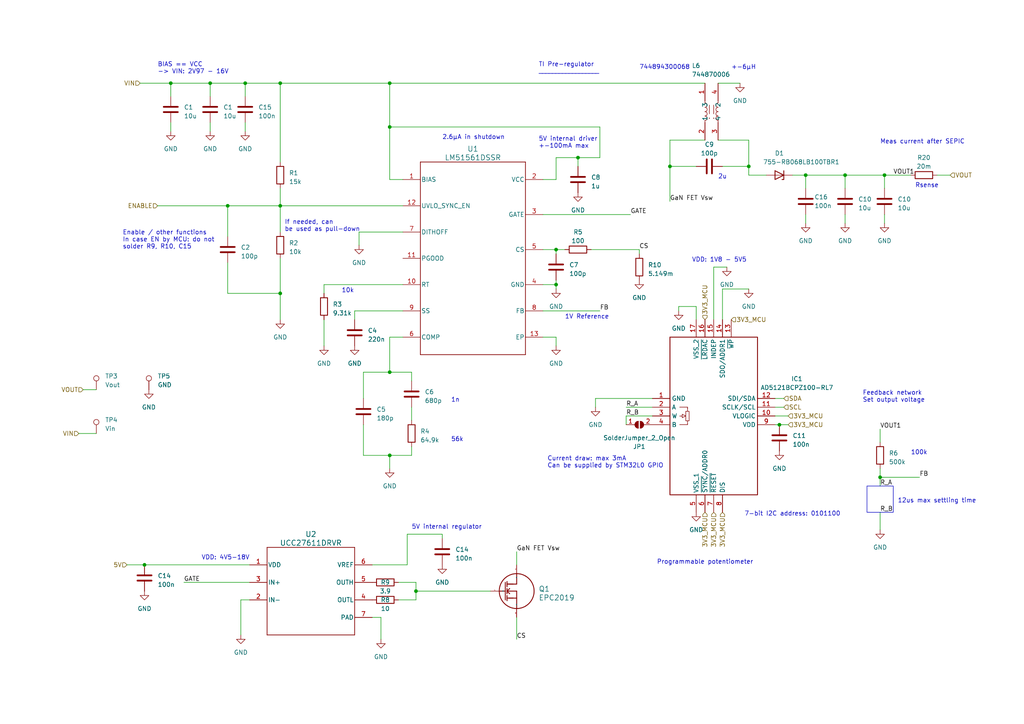
<source format=kicad_sch>
(kicad_sch (version 20230121) (generator eeschema)
  (paper "A4")
  (lib_symbols
    (symbol "744870006:744870006"
      (property "Reference" "L6" (at 10.16 6.35 0))
      (property "Value" "744870006" (at 10.16 3.81 0))
      (symbol "744870006_0_1"
        (polyline (pts (xy 7.62 -2.54) (xy 8.255 -2.54)))
        (polyline (pts (xy 7.62 1.27) (xy 8.255 1.27)))
        (polyline (pts (xy 10.16 -1.27) (xy 12.7 -1.27)))
        (polyline (pts (xy 10.16 0) (xy 12.7 0)))
        (polyline (pts (xy 13.97 -2.54) (xy 13.335 -2.54)))
        (polyline (pts (xy 13.97 1.27) (xy 13.335 1.27)))
        (arc (start 8.255 1.2673) (mid 8.89 0.635) (end 9.525 1.2673))
        (circle (center 8.89 -1.27) (radius 0.0001))
        (circle (center 8.89 0) (radius 0.0001))
        (arc (start 9.525 -2.5373) (mid 8.89 -1.905) (end 8.255 -2.5373))
        (arc (start 9.525 1.2673) (mid 10.16 0.635) (end 10.795 1.2673))
        (arc (start 10.795 -2.5373) (mid 10.16 -1.905) (end 9.525 -2.5373))
        (arc (start 10.795 1.2673) (mid 11.43 0.635) (end 12.065 1.2673))
        (arc (start 12.065 -2.5373) (mid 11.43 -1.905) (end 10.795 -2.5373))
        (arc (start 12.065 1.2673) (mid 12.7 0.635) (end 13.335 1.2673))
        (arc (start 13.335 -2.5373) (mid 12.7 -1.905) (end 12.065 -2.5373))
      )
      (symbol "744870006_1_1"
        (pin passive line (at 19.05 1.27 180) (length 5.08) (name "3") (number "1"))
        (pin passive line (at 2.54 1.27 0) (length 5.08) (name "1") (number "2"))
        (pin passive line (at 2.54 -2.54 0) (length 5.08) (name "4") (number "3"))
        (pin passive line (at 19.05 -2.54 180) (length 5.08) (name "2") (number "4"))
      )
    )
    (symbol "AD5121BCPZ100-RL7:AD5121BCPZ100-RL7"
      (property "Reference" "IC1" (at 41.91 5.6897 0))
      (property "Value" "AD5121BCPZ100-RL7" (at 41.91 3.1497 0))
      (symbol "AD5121BCPZ100-RL7_0_1"
        (polyline (pts (xy 8.636 -5.1054) (xy 7.8994 -5.1054)))
        (polyline (pts (xy 10.1854 -7.3406) (xy 10.1854 -6.5024)))
        (polyline (pts (xy 10.1854 -2.7686) (xy 10.1854 -3.7338)))
        (polyline (pts (xy 10.1854 -2.5146) (xy 10.1854 -2.8956)))
        (polyline (pts (xy 10.1854 -7.5946) (xy 7.8994 -7.5946) (xy 7.8994 -7.5946)) (fill (type background)))
        (polyline (pts (xy 10.1854 -7.5946) (xy 10.1854 -7.3406) (xy 10.1854 -7.3406)))
        (polyline (pts (xy 10.1854 -2.5146) (xy 7.8994 -2.5146) (xy 7.8994 -2.5146)) (fill (type background)))
        (rectangle (start 10.6426 -6.477) (end 9.6774 -3.7338))
      )
      (symbol "AD5121BCPZ100-RL7_1_1"
        (polyline (pts (xy 8.636 -5.588) (xy 8.636 -4.572) (xy 9.652 -5.08) (xy 8.636 -5.588) (xy 8.636 -5.588)))
        (rectangle (start 5.08 17.78) (end 30.48 -27.94) (stroke (width 0.254)))
        (pin passive line (at 0 0 0) (length 5.08) (name "GND") (number "1"))
        (pin passive line (at 35.56 -5.08 180) (length 5.08) (name "VLOGIC") (number "10"))
        (pin passive line (at 35.56 -2.54 180) (length 5.08) (name "SCLK/SCL") (number "11"))
        (pin passive line (at 35.56 0 180) (length 5.08) (name "SDI/SDA") (number "12"))
        (pin passive line (at 22.86 22.86 270) (length 5.08) (name "~{WP}") (number "13"))
        (pin passive line (at 20.32 22.86 270) (length 5.08) (name "SDO/ADDR1") (number "14"))
        (pin passive line (at 17.78 22.86 270) (length 5.08) (name "INDEP") (number "15"))
        (pin passive line (at 15.24 22.86 270) (length 5.08) (name "~{LRDAC}") (number "16"))
        (pin passive line (at 12.7 22.86 270) (length 5.08) (name "VSS_2") (number "17"))
        (pin passive line (at 0 -2.54 0) (length 5.08) (name "A") (number "2"))
        (pin passive line (at 0 -5.08 0) (length 5.08) (name "W") (number "3"))
        (pin passive line (at 0 -7.62 0) (length 5.08) (name "B") (number "4"))
        (pin passive line (at 12.7 -33.02 90) (length 5.08) (name "VSS_1") (number "5"))
        (pin passive line (at 15.24 -33.02 90) (length 5.08) (name "~{SYNC}/ADDR0") (number "6"))
        (pin passive line (at 17.78 -33.02 90) (length 5.08) (name "~{RESET}") (number "7"))
        (pin passive line (at 20.32 -33.02 90) (length 5.08) (name "DIS") (number "8"))
        (pin passive line (at 35.56 -7.62 180) (length 5.08) (name "VDD") (number "9"))
      )
    )
    (symbol "Connector:TestPoint" (pin_numbers hide) (pin_names (offset 0.762) hide)
      (property "Reference" "TP" (at 0 6.858 0))
      (property "Value" "TestPoint" (at 0 5.08 0))
      (symbol "TestPoint_0_1"
        (circle (center 0 3.302) (radius 0.762))
      )
      (symbol "TestPoint_1_1"
        (pin passive line (at 0 0 90) (length 2.54) (name "1") (number "1"))
      )
    )
    (symbol "Device:C" (pin_numbers hide) (pin_names (offset 0.254))
      (property "Reference" "C" (at 0.635 2.54 0))
      (property "Value" "C" (at 0.635 -2.54 0))
      (symbol "C_0_1"
        (polyline (pts (xy -2.032 -0.762) (xy 2.032 -0.762)) (stroke (width 0.508)))
        (polyline (pts (xy -2.032 0.762) (xy 2.032 0.762)) (stroke (width 0.508)))
      )
      (symbol "C_1_1"
        (pin passive line (at 0 3.81 270) (length 2.794) (name "~") (number "1"))
        (pin passive line (at 0 -3.81 90) (length 2.794) (name "~") (number "2"))
      )
    )
    (symbol "Device:D_Zener" (pin_numbers hide) (pin_names (offset 1.016) hide)
      (property "Reference" "D" (at 0 2.54 0))
      (property "Value" "D_Zener" (at 0 -2.54 0))
      (symbol "D_Zener_0_1"
        (polyline (pts (xy 1.27 0) (xy -1.27 0)))
        (polyline (pts (xy -1.27 -1.27) (xy -1.27 1.27) (xy -0.762 1.27)) (stroke (width 0.254)))
        (polyline (pts (xy 1.27 -1.27) (xy 1.27 1.27) (xy -1.27 0) (xy 1.27 -1.27)) (stroke (width 0.254)))
      )
      (symbol "D_Zener_1_1"
        (pin passive line (at -3.81 0 0) (length 2.54) (name "K") (number "1"))
        (pin passive line (at 3.81 0 180) (length 2.54) (name "A") (number "2"))
      )
    )
    (symbol "Device:R" (pin_numbers hide) (pin_names (offset 0))
      (property "Reference" "R" (at 2.032 0 90))
      (property "Value" "R" (at 0 0 90))
      (symbol "R_0_1"
        (rectangle (start -1.016 -2.54) (end 1.016 2.54) (stroke (width 0.254)))
      )
      (symbol "R_1_1"
        (pin passive line (at 0 3.81 270) (length 1.27) (name "~") (number "1"))
        (pin passive line (at 0 -3.81 90) (length 1.27) (name "~") (number "2"))
      )
    )
    (symbol "EPC_2018Q2:EPC2019" (pin_names (offset 1.016))
      (property "Reference" "Q4" (at 6.35 0.635 0))
      (property "Value" "EPC2019" (at 6.35 -1.905 0))
      (symbol "EPC2019_0_1"
        (polyline (pts (xy -5.08 0) (xy -3.302 0)) (stroke (width 0.254)))
        (polyline (pts (xy -3.302 2.54) (xy -3.302 -2.54)) (stroke (width 0.254)))
        (polyline (pts (xy -2.794 -2.794) (xy -2.794 -1.27)) (stroke (width 0.254)))
        (polyline (pts (xy -2.794 -2.032) (xy -1.016 -2.032)) (stroke (width 0.254)))
        (polyline (pts (xy -2.794 -0.762) (xy -2.794 0.762)) (stroke (width 0.254)))
        (polyline (pts (xy -2.794 0) (xy -2.032 0.762)) (stroke (width 0.254)))
        (polyline (pts (xy -2.794 0) (xy 0 0)) (stroke (width 0.254)))
        (polyline (pts (xy -2.794 1.27) (xy -2.794 2.794)) (stroke (width 0.254)))
        (polyline (pts (xy -2.286 -2.032) (xy 0 -2.032)) (stroke (width 0.254)))
        (polyline (pts (xy -2.032 -0.762) (xy -2.794 0)) (stroke (width 0.254)))
        (polyline (pts (xy -1.016 2.032) (xy -2.794 2.032)) (stroke (width 0.254)))
        (polyline (pts (xy 0 0) (xy 0 -5.08)) (stroke (width 0.254)))
        (polyline (pts (xy 0 2.032) (xy -2.54 2.032)) (stroke (width 0.254)))
        (polyline (pts (xy 0 2.032) (xy 0 5.08)) (stroke (width 0.254)))
        (pin passive line (at -7.62 0 0) (length 2.54) (name "G") (number "1"))
        (pin open_emitter line (at 0 -7.62 90) (length 2.54) (name "S3") (number "2"))
        (pin open_collector line (at 0 7.62 270) (length 2.54) (name "D1") (number "3"))
        (pin open_emitter line (at 0 -7.62 90) (length 2.54) (name "S1") (number "4"))
        (pin open_collector line (at 0 7.62 270) (length 2.54) (name "D2") (number "5"))
        (pin open_emitter line (at 0 -7.62 90) (length 2.54) (name "S2") (number "6"))
        (pin open_emitter line (at 0 -7.62 90) (length 2.54) (name "Sub") (number "7"))
      )
      (symbol "EPC2019_1_1"
        (arc (start -5.0546 -0.127) (mid -2.4662 -4.4139) (end 2.54 -4.3688) (stroke (width 0.254)))
        (arc (start 0 5.08) (mid 0 -5.08) (end 0 5.0546) (stroke (width 0.254)))
        (arc (start 2.54 -4.3688) (mid 5.0534 -0.0392) (end 2.6162 4.3434) (stroke (width 0.254)))
        (arc (start 2.6162 4.3434) (mid -2.4052 4.4637) (end -5.0546 0.2032) (stroke (width 0.254)))
      )
    )
    (symbol "Jumper:SolderJumper_2_Open" (pin_names (offset 0) hide)
      (property "Reference" "JP" (at 0 2.032 0))
      (property "Value" "SolderJumper_2_Open" (at 0 -2.54 0))
      (symbol "SolderJumper_2_Open_0_1"
        (arc (start -0.254 1.016) (mid -1.2656 0) (end -0.254 -1.016))
        (arc (start -0.254 1.016) (mid -1.2656 0) (end -0.254 -1.016) (fill (type outline)))
        (polyline (pts (xy -0.254 1.016) (xy -0.254 -1.016)))
        (polyline (pts (xy 0.254 1.016) (xy 0.254 -1.016)))
        (arc (start 0.254 -1.016) (mid 1.2656 0) (end 0.254 1.016))
        (arc (start 0.254 -1.016) (mid 1.2656 0) (end 0.254 1.016) (fill (type outline)))
      )
      (symbol "SolderJumper_2_Open_1_1"
        (pin passive line (at -3.81 0 0) (length 2.54) (name "A") (number "1"))
        (pin passive line (at 3.81 0 180) (length 2.54) (name "B") (number "2"))
      )
    )
    (symbol "LM51561:LM51561DSSR" (pin_names (offset 0.254))
      (property "Reference" "U" (at 0 2.54 0))
      (property "Value" "LM51561DSSR" (at 0 0 0))
      (symbol "LM51561DSSR_0_1"
        (polyline (pts (xy -15.24 -27.94) (xy 15.24 -27.94)) (stroke (width 0.2032)))
        (polyline (pts (xy -15.24 27.94) (xy -15.24 -27.94)) (stroke (width 0.2032)))
        (polyline (pts (xy 15.24 -27.94) (xy 15.24 27.94)) (stroke (width 0.2032)))
        (polyline (pts (xy 15.24 27.94) (xy -15.24 27.94)) (stroke (width 0.2032)))
        (pin power_in line (at -20.32 22.86 0) (length 5.08) (name "BIAS") (number "1"))
        (pin input line (at -20.32 -7.62 0) (length 5.08) (name "RT") (number "10"))
        (pin open_collector line (at -20.32 0 0) (length 5.08) (name "PGOOD") (number "11"))
        (pin input line (at -20.32 15.24 0) (length 5.08) (name "UVLO_SYNC_EN") (number "12"))
        (pin power_in line (at 20.32 -22.86 180) (length 5.08) (name "EP") (number "13"))
        (pin power_in line (at 20.32 22.86 180) (length 5.08) (name "VCC") (number "2"))
        (pin output line (at 20.32 12.7 180) (length 5.08) (name "GATE") (number "3"))
        (pin power_in line (at 20.32 -7.62 180) (length 5.08) (name "GND") (number "4"))
        (pin input line (at 20.32 2.54 180) (length 5.08) (name "CS") (number "5"))
        (pin output line (at -20.32 -22.86 0) (length 5.08) (name "COMP") (number "6"))
        (pin input line (at -20.32 7.62 0) (length 5.08) (name "DITHOFF") (number "7"))
        (pin input line (at 20.32 -15.24 180) (length 5.08) (name "FB") (number "8"))
        (pin input line (at -20.32 -15.24 0) (length 5.08) (name "SS") (number "9"))
      )
    )
    (symbol "UCC27611:UCC27611DRVR" (pin_names (offset 0.254))
      (property "Reference" "U" (at 0 2.54 0))
      (property "Value" "UCC27611DRVR" (at 0 0 0))
      (symbol "UCC27611DRVR_0_1"
        (polyline (pts (xy -12.7 -12.7) (xy 12.7 -12.7)) (stroke (width 0.2032)))
        (polyline (pts (xy -12.7 12.7) (xy -12.7 -12.7)) (stroke (width 0.2032)))
        (polyline (pts (xy 12.7 -12.7) (xy 12.7 12.7)) (stroke (width 0.2032)))
        (polyline (pts (xy 12.7 12.7) (xy -12.7 12.7)) (stroke (width 0.2032)))
        (pin power_in line (at -17.78 7.62 0) (length 5.08) (name "VDD") (number "1"))
        (pin input line (at -17.78 -2.54 0) (length 5.08) (name "IN-") (number "2"))
        (pin input line (at -17.78 2.54 0) (length 5.08) (name "IN+") (number "3"))
        (pin output line (at 17.78 -2.54 180) (length 5.08) (name "OUTL") (number "4"))
        (pin output line (at 17.78 2.54 180) (length 5.08) (name "OUTH") (number "5"))
        (pin output line (at 17.78 7.62 180) (length 5.08) (name "VREF") (number "6"))
        (pin power_in line (at 17.78 -7.62 180) (length 5.08) (name "PAD") (number "7"))
      )
    )
    (symbol "power:GND" (power) (pin_names (offset 0))
      (property "Value" "GND" (at 0 -3.81 0))
      (symbol "GND_0_1"
        (polyline (pts (xy 0 0) (xy 0 -1.27) (xy 1.27 -1.27) (xy 0 -2.54) (xy -1.27 -1.27) (xy 0 -1.27)))
      )
      (symbol "GND_1_1"
        (pin power_in line (at 0 0 270) (length 0) hide (name "GND") (number "1"))
      )
    )
  )
  (junction (at 81.28 24.13))
  (junction (at 233.68 50.8))
  (junction (at 255.27 138.43))
  (junction (at 245.11 50.8))
  (junction (at 60.96 24.13))
  (junction (at 217.17 48.26))
  (junction (at 41.91 163.83))
  (junction (at 66.04 59.69))
  (junction (at 161.29 72.39))
  (junction (at 49.53 24.13))
  (junction (at 113.03 36.83))
  (junction (at 81.28 85.09))
  (junction (at 113.03 24.13))
  (junction (at 113.03 132.08))
  (junction (at 161.29 82.55))
  (junction (at 194.31 48.26))
  (junction (at 113.03 107.95))
  (junction (at 120.65 171.45))
  (junction (at 256.54 50.8))
  (junction (at 81.28 59.69))
  (junction (at 226.06 123.19))
  (junction (at 167.64 45.72))
  (junction (at 71.12 24.13))
  (wire (pts (xy 173.99 36.83) (xy 113.03 36.83)))
  (wire (pts (xy 149.86 185.42) (xy 149.86 179.07)))
  (wire (pts (xy 194.31 40.64) (xy 194.31 48.26)))
  (wire (pts (xy 161.29 72.39) (xy 163.83 72.39)))
  (wire (pts (xy 105.41 123.19) (xy 105.41 132.08)))
  (wire (pts (xy 217.17 40.64) (xy 217.17 48.26)))
  (wire (pts (xy 217.17 50.8) (xy 222.25 50.8)))
  (wire (pts (xy 196.85 90.17) (xy 196.85 88.9)))
  (wire (pts (xy 102.87 90.17) (xy 102.87 92.71)))
  (wire (pts (xy 181.61 120.65) (xy 181.61 123.19)))
  (wire (pts (xy 120.65 171.45) (xy 120.65 173.99)))
  (wire (pts (xy 167.64 45.72) (xy 173.99 45.72)))
  (wire (pts (xy 66.04 85.09) (xy 81.28 85.09)))
  (wire (pts (xy 201.93 88.9) (xy 201.93 92.71)))
  (wire (pts (xy 60.96 35.56) (xy 60.96 38.1)))
  (wire (pts (xy 157.48 97.79) (xy 161.29 97.79)))
  (wire (pts (xy 161.29 52.07) (xy 161.29 45.72)))
  (wire (pts (xy 161.29 45.72) (xy 167.64 45.72)))
  (wire (pts (xy 173.99 45.72) (xy 173.99 36.83)))
  (wire (pts (xy 71.12 35.56) (xy 71.12 38.1)))
  (wire (pts (xy 119.38 132.08) (xy 119.38 129.54)))
  (wire (pts (xy 105.41 115.57) (xy 105.41 107.95)))
  (wire (pts (xy 161.29 72.39) (xy 161.29 73.66)))
  (wire (pts (xy 210.82 77.47) (xy 207.01 77.47)))
  (wire (pts (xy 275.59 50.8) (xy 271.78 50.8)))
  (wire (pts (xy 53.34 168.91) (xy 72.39 168.91)))
  (wire (pts (xy 81.28 54.61) (xy 81.28 59.69)))
  (wire (pts (xy 36.83 163.83) (xy 41.91 163.83)))
  (wire (pts (xy 194.31 58.42) (xy 194.31 48.26)))
  (wire (pts (xy 256.54 50.8) (xy 245.11 50.8)))
  (wire (pts (xy 118.11 163.83) (xy 107.95 163.83)))
  (wire (pts (xy 157.48 90.17) (xy 173.99 90.17)))
  (wire (pts (xy 128.27 156.21) (xy 128.27 154.94)))
  (wire (pts (xy 228.6 123.19) (xy 226.06 123.19)))
  (wire (pts (xy 208.28 24.13) (xy 214.63 24.13)))
  (wire (pts (xy 208.28 40.64) (xy 217.17 40.64)))
  (wire (pts (xy 113.03 97.79) (xy 113.03 107.95)))
  (wire (pts (xy 81.28 85.09) (xy 81.28 92.71)))
  (wire (pts (xy 157.48 52.07) (xy 161.29 52.07)))
  (wire (pts (xy 69.85 184.15) (xy 69.85 173.99)))
  (wire (pts (xy 66.04 76.2) (xy 66.04 85.09)))
  (wire (pts (xy 110.49 185.42) (xy 110.49 179.07)))
  (wire (pts (xy 217.17 83.82) (xy 209.55 83.82)))
  (wire (pts (xy 120.65 173.99) (xy 115.57 173.99)))
  (wire (pts (xy 113.03 24.13) (xy 113.03 36.83)))
  (wire (pts (xy 209.55 83.82) (xy 209.55 92.71)))
  (wire (pts (xy 172.72 118.11) (xy 172.72 115.57)))
  (wire (pts (xy 105.41 107.95) (xy 113.03 107.95)))
  (wire (pts (xy 157.48 82.55) (xy 161.29 82.55)))
  (wire (pts (xy 245.11 62.23) (xy 245.11 64.77)))
  (wire (pts (xy 105.41 132.08) (xy 113.03 132.08)))
  (wire (pts (xy 255.27 138.43) (xy 266.7 138.43)))
  (wire (pts (xy 256.54 62.23) (xy 256.54 64.77)))
  (wire (pts (xy 81.28 59.69) (xy 81.28 67.31)))
  (wire (pts (xy 40.64 24.13) (xy 49.53 24.13)))
  (wire (pts (xy 81.28 74.93) (xy 81.28 85.09)))
  (wire (pts (xy 116.84 90.17) (xy 102.87 90.17)))
  (wire (pts (xy 24.13 113.03) (xy 27.94 113.03)))
  (wire (pts (xy 49.53 24.13) (xy 60.96 24.13)))
  (wire (pts (xy 194.31 40.64) (xy 204.47 40.64)))
  (wire (pts (xy 255.27 124.46) (xy 255.27 128.27)))
  (wire (pts (xy 113.03 132.08) (xy 119.38 132.08)))
  (wire (pts (xy 116.84 52.07) (xy 113.03 52.07)))
  (wire (pts (xy 228.6 120.65) (xy 224.79 120.65)))
  (wire (pts (xy 119.38 107.95) (xy 119.38 110.49)))
  (wire (pts (xy 207.01 77.47) (xy 207.01 92.71)))
  (wire (pts (xy 60.96 24.13) (xy 71.12 24.13)))
  (wire (pts (xy 149.86 160.02) (xy 149.86 163.83)))
  (wire (pts (xy 227.33 115.57) (xy 224.79 115.57)))
  (wire (pts (xy 161.29 97.79) (xy 161.29 100.33)))
  (wire (pts (xy 104.14 67.31) (xy 116.84 67.31)))
  (wire (pts (xy 233.68 54.61) (xy 233.68 50.8)))
  (wire (pts (xy 66.04 59.69) (xy 66.04 68.58)))
  (wire (pts (xy 49.53 35.56) (xy 49.53 38.1)))
  (wire (pts (xy 209.55 48.26) (xy 217.17 48.26)))
  (wire (pts (xy 118.11 154.94) (xy 128.27 154.94)))
  (wire (pts (xy 113.03 52.07) (xy 113.03 36.83)))
  (wire (pts (xy 185.42 72.39) (xy 185.42 73.66)))
  (wire (pts (xy 161.29 81.28) (xy 161.29 82.55)))
  (wire (pts (xy 256.54 50.8) (xy 256.54 54.61)))
  (wire (pts (xy 81.28 59.69) (xy 116.84 59.69)))
  (wire (pts (xy 120.65 168.91) (xy 120.65 171.45)))
  (wire (pts (xy 194.31 48.26) (xy 201.93 48.26)))
  (wire (pts (xy 45.72 59.69) (xy 66.04 59.69)))
  (wire (pts (xy 93.98 100.33) (xy 93.98 92.71)))
  (wire (pts (xy 233.68 50.8) (xy 245.11 50.8)))
  (wire (pts (xy 157.48 62.23) (xy 182.88 62.23)))
  (wire (pts (xy 81.28 59.69) (xy 66.04 59.69)))
  (wire (pts (xy 118.11 154.94) (xy 118.11 163.83)))
  (wire (pts (xy 41.91 163.83) (xy 72.39 163.83)))
  (wire (pts (xy 233.68 62.23) (xy 233.68 64.77)))
  (wire (pts (xy 120.65 171.45) (xy 142.24 171.45)))
  (wire (pts (xy 110.49 179.07) (xy 107.95 179.07)))
  (wire (pts (xy 71.12 27.94) (xy 71.12 24.13)))
  (wire (pts (xy 113.03 24.13) (xy 204.47 24.13)))
  (wire (pts (xy 113.03 107.95) (xy 119.38 107.95)))
  (wire (pts (xy 71.12 24.13) (xy 81.28 24.13)))
  (wire (pts (xy 255.27 135.89) (xy 255.27 138.43)))
  (wire (pts (xy 171.45 72.39) (xy 185.42 72.39)))
  (wire (pts (xy 104.14 71.12) (xy 104.14 67.31)))
  (wire (pts (xy 181.61 118.11) (xy 189.23 118.11)))
  (wire (pts (xy 157.48 72.39) (xy 161.29 72.39)))
  (wire (pts (xy 245.11 50.8) (xy 245.11 54.61)))
  (wire (pts (xy 113.03 135.89) (xy 113.03 132.08)))
  (wire (pts (xy 181.61 120.65) (xy 189.23 120.65)))
  (wire (pts (xy 119.38 118.11) (xy 119.38 121.92)))
  (wire (pts (xy 93.98 82.55) (xy 93.98 85.09)))
  (wire (pts (xy 115.57 168.91) (xy 120.65 168.91)))
  (wire (pts (xy 229.87 50.8) (xy 233.68 50.8)))
  (wire (pts (xy 255.27 138.43) (xy 255.27 140.97)))
  (wire (pts (xy 227.33 118.11) (xy 224.79 118.11)))
  (wire (pts (xy 81.28 24.13) (xy 81.28 46.99)))
  (wire (pts (xy 217.17 50.8) (xy 217.17 48.26)))
  (wire (pts (xy 116.84 97.79) (xy 113.03 97.79)))
  (wire (pts (xy 172.72 115.57) (xy 189.23 115.57)))
  (wire (pts (xy 167.64 45.72) (xy 167.64 48.26)))
  (wire (pts (xy 226.06 123.19) (xy 224.79 123.19)))
  (wire (pts (xy 69.85 173.99) (xy 72.39 173.99)))
  (wire (pts (xy 255.27 148.59) (xy 255.27 153.67)))
  (wire (pts (xy 81.28 24.13) (xy 113.03 24.13)))
  (wire (pts (xy 116.84 82.55) (xy 93.98 82.55)))
  (wire (pts (xy 49.53 24.13) (xy 49.53 27.94)))
  (wire (pts (xy 60.96 24.13) (xy 60.96 27.94)))
  (wire (pts (xy 196.85 88.9) (xy 201.93 88.9)))
  (wire (pts (xy 22.86 125.73) (xy 27.94 125.73)))
  (wire (pts (xy 264.16 50.8) (xy 256.54 50.8)))
  (wire (pts (xy 161.29 83.82) (xy 161.29 82.55)))
  (rectangle (start 251.46 140.97) (end 259.08 148.59))
  (text "7-bit I2C address: 0101100" (at 215.9 149.86 0) (effects (font (size 1.27 1.27)) (justify left bottom)))
  (text "2u" (at 208.28 52.07 0) (effects (font (size 1.27 1.27)) (justify left bottom)))
  (text "TI Pre-regulator\n__________________" (at 156.21 21.59 0) (effects (font (size 1.27 1.27)) (justify left bottom)))
  (text "+-6µH" (at 212.09 20.32 0) (effects (font (size 1.27 1.27)) (justify left bottom)))
  (text "Programmable potentiometer" (at 190.5 163.83 0) (effects (font (size 1.27 1.27)) (justify left bottom)))
  (text "100k" (at 264.16 132.08 0) (effects (font (size 1.27 1.27)) (justify left bottom)))
  (text "1n" (at 130.81 116.84 0) (effects (font (size 1.27 1.27)) (justify left bottom)))
  (text "56k" (at 130.81 128.27 0) (effects (font (size 1.27 1.27)) (justify left bottom)))
  (text "2.6µA in shutdown" (at 128.27 40.64 0) (effects (font (size 1.27 1.27)) (justify left bottom)))
  (text "Rsense" (at 265.43 54.61 0) (effects (font (size 1.27 1.27)) (justify left bottom)))
  (text "BIAS == VCC\n-> VIN: 2V97 - 16V" (at 45.72 21.59 0) (effects (font (size 1.27 1.27)) (justify left bottom)))
  (text "5V internal driver\n+-100mA max" (at 156.21 43.18 0) (effects (font (size 1.27 1.27)) (justify left bottom)))
  (text "Feedback network\nSet output voltage" (at 250.19 116.84 0) (effects (font (size 1.27 1.27)) (justify left bottom)))
  (text "12us max settling time" (at 260.35 146.05 0) (effects (font (size 1.27 1.27)) (justify left bottom)))
  (text "Enable / other functions\nIn case EN by MCU: do not \nsolder R9, R10, C15" (at 35.56 72.39 0) (effects (font (size 1.27 1.27)) (justify left bottom)))
  (text "10k" (at 99.06 85.09 0) (effects (font (size 1.27 1.27)) (justify left bottom)))
  (text "VDD: 4V5-18V" (at 58.42 162.56 0) (effects (font (size 1.27 1.27)) (justify left bottom)))
  (text "Current draw: max 3mA\nCan be supplied by STM32L0 GPIO" (at 158.75 135.89 0) (effects (font (size 1.27 1.27)) (justify left bottom)))
  (text "5V internal regulator" (at 119.38 153.67 0) (effects (font (size 1.27 1.27)) (justify left bottom)))
  (text "1V Reference" (at 163.83 92.71 0) (effects (font (size 1.27 1.27)) (justify left bottom)))
  (text "744894300068\n" (at 185.42 20.32 0) (effects (font (size 1.27 1.27)) (justify left bottom)))
  (text "Meas current after SEPIC" (at 255.27 41.91 0) (effects (font (size 1.27 1.27)) (justify left bottom)))
  (text "If needed, can\nbe used as pull-down" (at 82.55 67.31 0) (effects (font (size 1.27 1.27)) (justify left bottom)))
  (text "VDD: 1V8 - 5V5" (at 200.66 76.2 0) (effects (font (size 1.27 1.27)) (justify left bottom)))
  (label "VOUT1" (at 255.27 124.46 0))
  (label "FB" (at 173.99 90.17 0))
  (label "GaN FET Vsw" (at 194.31 58.42 0))
  (label "CS" (at 149.86 185.42 0))
  (label "CS" (at 185.42 72.39 0))
  (label "FB" (at 266.7 138.43 0))
  (label "GATE" (at 53.34 168.91 0))
  (label "R_A" (at 255.27 140.97 0))
  (label "R_B" (at 181.61 120.65 0))
  (label "VOUT1" (at 259.08 50.8 0))
  (label "R_A" (at 181.61 118.11 0))
  (label "R_B" (at 255.27 148.59 0))
  (label "GATE" (at 182.88 62.23 0))
  (label "GaN FET Vsw" (at 149.86 160.02 0))
  (hierarchical_label "5V" (shape input) (at 36.83 163.83 180))
  (hierarchical_label "SDA" (shape input) (at 227.33 115.57 0))
  (hierarchical_label "3V3_MCU" (shape input) (at 228.6 120.65 0))
  (hierarchical_label "3V3_MCU" (shape input) (at 209.55 148.59 270))
  (hierarchical_label "VIN" (shape input) (at 22.86 125.73 180))
  (hierarchical_label "VOUT" (shape input) (at 275.59 50.8 0))
  (hierarchical_label "VOUT" (shape input) (at 24.13 113.03 180))
  (hierarchical_label "ENABLE" (shape input) (at 45.72 59.69 180))
  (hierarchical_label "3V3_MCU" (shape input) (at 212.09 92.71 0))
  (hierarchical_label "VIN" (shape input) (at 40.64 24.13 180))
  (hierarchical_label "SCL" (shape input) (at 227.33 118.11 0))
  (hierarchical_label "3V3_MCU" (shape input) (at 204.47 92.71 90))
  (hierarchical_label "3V3_MCU" (shape input) (at 228.6 123.19 0))
  (hierarchical_label "3V3_MCU" (shape input) (at 207.01 148.59 270))
  (hierarchical_label "3V3_MCU" (shape input) (at 204.47 148.59 270))
  (symbol (lib_id "Device:C") (at 128.27 160.02 180) (unit 1)
    (property "Reference" "C14" (at 132.08 159.385 0) (effects (justify right)))
    (property "Value" "100n" (at 132.08 161.925 0) (effects (justify right)))
    (property "Footprint" "Capacitor_SMD:C_0603_1608Metric_Pad1.08x0.95mm_HandSolder" (effects hide))
    (instances (project "prereg" (path "" (reference "C14") (unit 1))) (project "driver_prereg_combined" (path "" (reference "C26") (unit 1))) (project "wpt_transmitter" (path "" (reference "C?") (unit 1)) (path "" (reference "C?") (unit 1)) (path "" (reference "C?") (unit 1))))
  )
  (symbol (lib_id "power:GND") (at 128.27 163.83 0) (unit 1)
    (property "Reference" "#PWR012" (effects hide))
    (property "Value" "GND" (at 128.27 168.91 0))
    (instances (project "prereg" (path "" (reference "#PWR012") (unit 1))) (project "driver_prereg_combined" (path "" (reference "#PWR028") (unit 1))) (project "wpt_transmitter" (path "" (reference "#PWR?") (unit 1)) (path "" (reference "#PWR?") (unit 1)) (path "" (reference "#PWR?") (unit 1))))
  )
  (symbol (lib_id "LM51561:LM51561DSSR") (at 137.16 74.93 0) (unit 1)
    (property "Reference" "U1" (at 137.16 43.18 0) (effects (font (size 1.524 1.524))))
    (property "Value" "LM51561DSSR" (at 137.16 45.72 0) (effects (font (size 1.524 1.524))))
    (property "Footprint" "LM51561:DSS0012B" (effects hide))
    (property "Datasheet" "LM51561DSSR" (effects hide))
    (instances (project "prereg" (path "" (reference "U1") (unit 1))) (project "driver_prereg_combined" (path "" (reference "U6") (unit 1))) (project "wpt_transmitter" (path "" (reference "U?") (unit 1))))
  )
  (symbol (lib_id "power:GND") (at 69.85 184.15 0) (unit 1)
    (property "Reference" "#PWR05" (effects hide))
    (property "Value" "GND" (at 69.85 189.23 0))
    (instances (project "prereg" (path "" (reference "#PWR05") (unit 1))) (project "driver_prereg_combined" (path "" (reference "#PWR021") (unit 1))) (project "wpt_transmitter" (path "" (reference "#PWR?") (unit 1)) (path "" (reference "#PWR?") (unit 1)) (path "" (reference "#PWR?") (unit 1))))
  )
  (symbol (lib_id "Device:C") (at 256.54 58.42 180) (unit 1)
    (property "Reference" "C10" (at 260.35 57.785 0) (effects (justify right)))
    (property "Value" "10u" (at 260.35 60.325 0) (effects (justify right)))
    (property "Footprint" "Capacitor_SMD:C_0603_1608Metric_Pad1.08x0.95mm_HandSolder" (effects hide))
    (instances (project "prereg" (path "" (reference "C10") (unit 1))) (project "driver_prereg_combined" (path "" (reference "C35") (unit 1))) (project "wpt_transmitter" (path "" (reference "C?") (unit 1)) (path "" (reference "C?") (unit 1)) (path "" (reference "C?") (unit 1))))
  )
  (symbol (lib_id "Jumper:SolderJumper_2_Open") (at 185.42 123.19 0) (unit 1)
    (property "Reference" "JP1" (at 185.42 129.54 0))
    (property "Value" "SolderJumper_2_Open" (at 185.42 127 0))
    (property "Footprint" "Jumper:SolderJumper-2_P1.3mm_Open_RoundedPad1.0x1.5mm" (effects hide))
    (instances (project "prereg" (path "" (reference "JP1") (unit 1))) (project "driver_prereg_combined" (path "" (reference "JP1") (unit 1))) (project "driver" (path "" (reference "JP2") (unit 1))))
  )
  (symbol (lib_id "power:GND") (at 43.18 113.03 0) (unit 1)
    (property "Reference" "#PWR02" (effects hide))
    (property "Value" "GND" (at 43.18 118.11 0))
    (instances (project "prereg" (path "" (reference "#PWR02") (unit 1))) (project "driver_prereg_combined" (path "" (reference "#PWR06") (unit 1))) (project "wpt_transmitter" (path "" (reference "#PWR?") (unit 1)) (path "" (reference "#PWR?") (unit 1)) (path "" (reference "#PWR?") (unit 1))))
  )
  (symbol (lib_id "power:GND") (at 255.27 153.67 0) (unit 1)
    (property "Reference" "#PWR018" (effects hide))
    (property "Value" "GND" (at 255.27 158.75 0))
    (instances (project "prereg" (path "" (reference "#PWR018") (unit 1))) (project "driver_prereg_combined" (path "" (reference "#PWR040") (unit 1))) (project "wpt_transmitter" (path "" (reference "#PWR?") (unit 1)) (path "" (reference "#PWR?") (unit 1)) (path "" (reference "#PWR?") (unit 1))))
  )
  (symbol (lib_id "Device:R") (at 185.42 77.47 180) (unit 1)
    (property "Reference" "R10" (at 187.96 76.835 0) (effects (justify right)))
    (property "Value" "5.149m" (at 187.96 79.375 0) (effects (justify right)))
    (property "Footprint" "Resistor_SMD:R_0805_2012Metric_Pad1.20x1.40mm_HandSolder" (effects hide))
    (instances (project "prereg" (path "" (reference "R10") (unit 1))) (project "driver_prereg_combined" (path "" (reference "R16") (unit 1))) (project "wpt_transmitter" (path "" (reference "R?") (unit 1)) (path "" (reference "R?") (unit 1)) (path "" (reference "R?") (unit 1))))
  )
  (symbol (lib_id "Device:C") (at 233.68 58.42 180) (unit 1)
    (property "Reference" "C16" (at 236.22 57.15 0) (effects (justify right)))
    (property "Value" "100n" (at 236.22 59.69 0) (effects (justify right)))
    (property "Footprint" "Capacitor_SMD:C_0603_1608Metric_Pad1.08x0.95mm_HandSolder" (effects hide))
    (instances (project "prereg" (path "" (reference "C16") (unit 1))) (project "driver_prereg_combined" (path "" (reference "C31") (unit 1))) (project "wpt_transmitter" (path "" (reference "C?") (unit 1)) (path "" (reference "C?") (unit 1)) (path "" (reference "C?") (unit 1))))
  )
  (symbol (lib_id "power:GND") (at 41.91 171.45 0) (unit 1)
    (property "Reference" "#PWR012" (effects hide))
    (property "Value" "GND" (at 41.91 176.53 0))
    (instances (project "prereg" (path "" (reference "#PWR012") (unit 1))) (project "driver_prereg_combined" (path "" (reference "#PWR043") (unit 1))) (project "wpt_transmitter" (path "" (reference "#PWR?") (unit 1)) (path "" (reference "#PWR?") (unit 1)) (path "" (reference "#PWR?") (unit 1))))
  )
  (symbol (lib_id "power:GND") (at 60.96 38.1 0) (unit 1)
    (property "Reference" "#PWR01" (effects hide))
    (property "Value" "GND" (at 60.96 43.18 0))
    (instances (project "prereg" (path "" (reference "#PWR01") (unit 1))) (project "driver_prereg_combined" (path "" (reference "#PWR07") (unit 1))) (project "wpt_transmitter" (path "" (reference "#PWR?") (unit 1)) (path "" (reference "#PWR?") (unit 1)) (path "" (reference "#PWR?") (unit 1))))
  )
  (symbol (lib_id "power:GND") (at 172.72 118.11 0) (unit 1)
    (property "Reference" "#PWR020" (effects hide))
    (property "Value" "GND" (at 172.72 123.19 0))
    (instances (project "prereg" (path "" (reference "#PWR020") (unit 1))) (project "driver_prereg_combined" (path "" (reference "#PWR032") (unit 1))) (project "wpt_transmitter" (path "" (reference "#PWR?") (unit 1)) (path "" (reference "#PWR?") (unit 1)) (path "" (reference "#PWR?") (unit 1))))
  )
  (symbol (lib_id "Device:C") (at 60.96 31.75 180) (unit 1)
    (property "Reference" "C1" (at 64.77 31.115 0) (effects (justify right)))
    (property "Value" "10u" (at 64.77 33.655 0) (effects (justify right)))
    (property "Footprint" "Capacitor_SMD:C_0603_1608Metric_Pad1.08x0.95mm_HandSolder" (effects hide))
    (instances (project "prereg" (path "" (reference "C1") (unit 1))) (project "driver_prereg_combined" (path "" (reference "C5") (unit 1))) (project "wpt_transmitter" (path "" (reference "C?") (unit 1)) (path "" (reference "C?") (unit 1)) (path "" (reference "C?") (unit 1))))
  )
  (symbol (lib_id "power:GND") (at 201.93 148.59 0) (unit 1)
    (property "Reference" "#PWR011" (effects hide))
    (property "Value" "GND" (at 201.93 153.67 0))
    (instances (project "prereg" (path "" (reference "#PWR011") (unit 1))) (project "driver_prereg_combined" (path "" (reference "#PWR035") (unit 1))) (project "wpt_transmitter" (path "" (reference "#PWR?") (unit 1)) (path "" (reference "#PWR?") (unit 1)) (path "" (reference "#PWR?") (unit 1))))
  )
  (symbol (lib_id "power:GND") (at 104.14 71.12 0) (unit 1)
    (property "Reference" "#PWR026" (effects hide))
    (property "Value" "GND" (at 104.14 76.2 0))
    (instances (project "prereg" (path "" (reference "#PWR026") (unit 1))) (project "driver_prereg_combined" (path "" (reference "#PWR025") (unit 1))) (project "wpt_transmitter" (path "" (reference "#PWR?") (unit 1)) (path "" (reference "#PWR?") (unit 1)) (path "" (reference "#PWR?") (unit 1))))
  )
  (symbol (lib_id "power:GND") (at 233.68 64.77 0) (unit 1)
    (property "Reference" "#PWR023" (effects hide))
    (property "Value" "GND" (at 233.68 69.85 0))
    (instances (project "prereg" (path "" (reference "#PWR023") (unit 1))) (project "driver_prereg_combined" (path "" (reference "#PWR041") (unit 1))) (project "wpt_transmitter" (path "" (reference "#PWR?") (unit 1)) (path "" (reference "#PWR?") (unit 1)) (path "" (reference "#PWR?") (unit 1))))
  )
  (symbol (lib_id "Connector:TestPoint") (at 27.94 113.03 0) (unit 1)
    (property "Reference" "TP3" (at 30.48 109.093 0) (effects (justify left)))
    (property "Value" "Vout" (at 30.48 111.633 0) (effects (justify left)))
    (property "Footprint" "TestPoint:TestPoint_THTPad_2.5x2.5mm_Drill1.2mm" (effects hide))
    (instances (project "prereg" (path "" (reference "TP3") (unit 1))) (project "driver_prereg_combined" (path "" (reference "TP6") (unit 1))))
  )
  (symbol (lib_id "power:GND") (at 185.42 81.28 0) (unit 1)
    (property "Reference" "#PWR016" (effects hide))
    (property "Value" "GND" (at 185.42 86.36 0))
    (instances (project "prereg" (path "" (reference "#PWR016") (unit 1))) (project "driver_prereg_combined" (path "" (reference "#PWR033") (unit 1))) (project "wpt_transmitter" (path "" (reference "#PWR?") (unit 1)) (path "" (reference "#PWR?") (unit 1)) (path "" (reference "#PWR?") (unit 1))))
  )
  (symbol (lib_id "power:GND") (at 217.17 83.82 0) (unit 1)
    (property "Reference" "#PWR024" (effects hide))
    (property "Value" "GND" (at 217.17 88.9 0))
    (instances (project "prereg" (path "" (reference "#PWR024") (unit 1))) (project "driver_prereg_combined" (path "" (reference "#PWR037") (unit 1))) (project "wpt_transmitter" (path "" (reference "#PWR?") (unit 1)) (path "" (reference "#PWR?") (unit 1)) (path "" (reference "#PWR?") (unit 1))))
  )
  (symbol (lib_id "Device:R") (at 255.27 132.08 180) (unit 1)
    (property "Reference" "R6" (at 257.81 131.445 0) (effects (justify right)))
    (property "Value" "500k" (at 257.81 133.985 0) (effects (justify right)))
    (property "Footprint" "Resistor_SMD:R_0603_1608Metric_Pad0.98x0.95mm_HandSolder" (effects hide))
    (instances (project "prereg" (path "" (reference "R6") (unit 1))) (project "driver_prereg_combined" (path "" (reference "R18") (unit 1))) (project "wpt_transmitter" (path "" (reference "R?") (unit 1)) (path "" (reference "R?") (unit 1)) (path "" (reference "R?") (unit 1))))
  )
  (symbol (lib_id "744870006:744870006") (at 205.74 43.18 90) (unit 1)
    (property "Reference" "L6" (at 200.66 19.05 90) (effects (justify right)))
    (property "Value" "744870006" (at 200.66 21.59 90) (effects (justify right)))
    (property "Footprint" "744870006:WE-DD_12XX_CROSSED12" (effects hide))
    (property "Manufacturer_Name" "Wurth Elektronik" (effects hide))
    (property "Manufacturer_Part_Number" "744870006" (effects hide))
  )
  (symbol (lib_id "power:GND") (at 196.85 90.17 0) (unit 1)
    (property "Reference" "#PWR021" (effects hide))
    (property "Value" "GND" (at 196.85 95.25 0))
    (instances (project "prereg" (path "" (reference "#PWR021") (unit 1))) (project "driver_prereg_combined" (path "" (reference "#PWR034") (unit 1))) (project "wpt_transmitter" (path "" (reference "#PWR?") (unit 1)) (path "" (reference "#PWR?") (unit 1)) (path "" (reference "#PWR?") (unit 1))))
  )
  (symbol (lib_id "Device:C") (at 245.11 58.42 180) (unit 1)
    (property "Reference" "C10" (at 248.92 57.785 0) (effects (justify right)))
    (property "Value" "10u" (at 248.92 60.325 0) (effects (justify right)))
    (property "Footprint" "Capacitor_SMD:C_0603_1608Metric_Pad1.08x0.95mm_HandSolder" (effects hide))
    (instances (project "prereg" (path "" (reference "C10") (unit 1))) (project "driver_prereg_combined" (path "" (reference "C32") (unit 1))) (project "wpt_transmitter" (path "" (reference "C?") (unit 1)) (path "" (reference "C?") (unit 1)) (path "" (reference "C?") (unit 1))))
  )
  (symbol (lib_id "power:GND") (at 214.63 24.13 0) (unit 1)
    (property "Reference" "#PWR017" (effects hide))
    (property "Value" "GND" (at 214.63 29.21 0))
    (instances (project "prereg" (path "" (reference "#PWR017") (unit 1))) (project "driver_prereg_combined" (path "" (reference "#PWR039") (unit 1))) (project "wpt_transmitter" (path "" (reference "#PWR?") (unit 1)) (path "" (reference "#PWR?") (unit 1)) (path "" (reference "#PWR?") (unit 1))))
  )
  (symbol (lib_id "Device:R") (at 267.97 50.8 90) (unit 1)
    (property "Reference" "R20" (at 267.97 45.72 90))
    (property "Value" "20m" (at 267.97 48.26 90))
    (property "Footprint" "Resistor_SMD:R_1206_3216Metric_Pad1.30x1.75mm_HandSolder" (effects hide))
  )
  (symbol (lib_id "power:GND") (at 113.03 135.89 0) (unit 1)
    (property "Reference" "#PWR09" (effects hide))
    (property "Value" "GND" (at 113.03 140.97 0))
    (instances (project "prereg" (path "" (reference "#PWR09") (unit 1))) (project "driver_prereg_combined" (path "" (reference "#PWR026") (unit 1))) (project "wpt_transmitter" (path "" (reference "#PWR?") (unit 1)) (path "" (reference "#PWR?") (unit 1)) (path "" (reference "#PWR?") (unit 1))))
  )
  (symbol (lib_id "UCC27611:UCC27611DRVR") (at 90.17 171.45 0) (unit 1)
    (property "Reference" "U2" (at 90.17 154.94 0) (effects (font (size 1.524 1.524))))
    (property "Value" "UCC27611DRVR" (at 90.17 157.48 0) (effects (font (size 1.524 1.524))))
    (property "Footprint" "UCC27611:DRV0006A" (effects hide))
    (property "Datasheet" "UCC27611DRVR" (effects hide))
    (instances (project "prereg" (path "" (reference "U2") (unit 1))) (project "driver_prereg_combined" (path "" (reference "U5") (unit 1))))
  )
  (symbol (lib_id "Device:D_Zener") (at 226.06 50.8 180) (unit 1)
    (property "Reference" "D1" (at 226.06 44.45 0))
    (property "Value" "755-RB068LB100TBR1" (at 232.41 46.99 0))
    (property "Footprint" "RB068LB100TBR1:RB068LB100TBR1" (effects hide))
    (instances (project "prereg" (path "" (reference "D1") (unit 1))) (project "driver_prereg_combined" (path "" (reference "D5") (unit 1))) (project "wpt_transmitter" (path "" (reference "D?") (unit 1))))
  )
  (symbol (lib_id "Device:C") (at 226.06 127 180) (unit 1)
    (property "Reference" "C11" (at 229.87 126.365 0) (effects (justify right)))
    (property "Value" "100n" (at 229.87 128.905 0) (effects (justify right)))
    (property "Footprint" "Capacitor_SMD:C_0603_1608Metric_Pad1.08x0.95mm_HandSolder" (effects hide))
    (instances (project "prereg" (path "" (reference "C11") (unit 1))) (project "driver_prereg_combined" (path "" (reference "C30") (unit 1))) (project "wpt_transmitter" (path "" (reference "C?") (unit 1)) (path "" (reference "C?") (unit 1)) (path "" (reference "C?") (unit 1))))
  )
  (symbol (lib_id "power:GND") (at 71.12 38.1 0) (unit 1)
    (property "Reference" "#PWR022" (effects hide))
    (property "Value" "GND" (at 71.12 43.18 0))
    (instances (project "prereg" (path "" (reference "#PWR022") (unit 1))) (project "driver_prereg_combined" (path "" (reference "#PWR08") (unit 1))) (project "wpt_transmitter" (path "" (reference "#PWR?") (unit 1)) (path "" (reference "#PWR?") (unit 1)) (path "" (reference "#PWR?") (unit 1))))
  )
  (symbol (lib_id "AD5121BCPZ100-RL7:AD5121BCPZ100-RL7") (at 189.23 115.57 0) (unit 1)
    (property "Reference" "IC1" (at 231.14 109.8803 0))
    (property "Value" "AD5121BCPZ100-RL7" (at 231.14 112.4203 0))
    (property "Footprint" "AD5121:AD5121BCPZ100-RL7" (effects hide))
    (property "Datasheet" "https://componentsearchengine.com/Datasheets/1/AD5121BCPZ100-RL7.pdf" (effects hide))
    (property "Height" "0.8" (effects hide))
    (property "Mouser Part Number" "584-AD5121BCPZ100-R7" (effects hide))
    (property "Mouser Price/Stock" "https://www.mouser.com/Search/Refine.aspx?Keyword=584-AD5121BCPZ100-R7" (effects hide))
    (property "Manufacturer_Name" "Analog Devices" (effects hide))
    (property "Manufacturer_Part_Number" "AD5121BCPZ100-RL7" (effects hide))
  )
  (symbol (lib_id "Device:C") (at 161.29 77.47 180) (unit 1)
    (property "Reference" "C7" (at 165.1 76.835 0) (effects (justify right)))
    (property "Value" "100p" (at 165.1 79.375 0) (effects (justify right)))
    (property "Footprint" "Capacitor_SMD:C_0603_1608Metric_Pad1.08x0.95mm_HandSolder" (effects hide))
    (instances (project "prereg" (path "" (reference "C7") (unit 1))) (project "driver_prereg_combined" (path "" (reference "C27") (unit 1))) (project "wpt_transmitter" (path "" (reference "C?") (unit 1)) (path "" (reference "C?") (unit 1)) (path "" (reference "C?") (unit 1))))
  )
  (symbol (lib_id "power:GND") (at 93.98 100.33 0) (unit 1)
    (property "Reference" "#PWR07" (effects hide))
    (property "Value" "GND" (at 93.98 105.41 0))
    (instances (project "prereg" (path "" (reference "#PWR07") (unit 1))) (project "driver_prereg_combined" (path "" (reference "#PWR023") (unit 1))) (project "wpt_transmitter" (path "" (reference "#PWR?") (unit 1)) (path "" (reference "#PWR?") (unit 1)) (path "" (reference "#PWR?") (unit 1))))
  )
  (symbol (lib_id "Device:C") (at 119.38 114.3 180) (unit 1)
    (property "Reference" "C6" (at 123.19 113.665 0) (effects (justify right)))
    (property "Value" "680p" (at 123.19 116.205 0) (effects (justify right)))
    (property "Footprint" "Capacitor_SMD:C_0603_1608Metric_Pad1.08x0.95mm_HandSolder" (effects hide))
    (instances (project "prereg" (path "" (reference "C6") (unit 1))) (project "driver_prereg_combined" (path "" (reference "C25") (unit 1))) (project "wpt_transmitter" (path "" (reference "C?") (unit 1)) (path "" (reference "C?") (unit 1)) (path "" (reference "C?") (unit 1))))
  )
  (symbol (lib_id "power:GND") (at 256.54 64.77 0) (unit 1)
    (property "Reference" "#PWR019" (effects hide))
    (property "Value" "GND" (at 256.54 69.85 0))
    (instances (project "prereg" (path "" (reference "#PWR019") (unit 1))) (project "driver_prereg_combined" (path "" (reference "#PWR045") (unit 1))) (project "wpt_transmitter" (path "" (reference "#PWR?") (unit 1)) (path "" (reference "#PWR?") (unit 1)) (path "" (reference "#PWR?") (unit 1))))
  )
  (symbol (lib_id "Device:R") (at 119.38 125.73 180) (unit 1)
    (property "Reference" "R4" (at 121.92 125.095 0) (effects (justify right)))
    (property "Value" "64.9k" (at 121.92 127.635 0) (effects (justify right)))
    (property "Footprint" "Resistor_SMD:R_0603_1608Metric_Pad0.98x0.95mm_HandSolder" (effects hide))
    (instances (project "prereg" (path "" (reference "R4") (unit 1))) (project "driver_prereg_combined" (path "" (reference "R12") (unit 1))) (project "wpt_transmitter" (path "" (reference "R?") (unit 1)) (path "" (reference "R?") (unit 1)) (path "" (reference "R?") (unit 1))))
  )
  (symbol (lib_id "Connector:TestPoint") (at 43.18 113.03 0) (unit 1)
    (property "Reference" "TP5" (at 45.72 109.093 0) (effects (justify left)))
    (property "Value" "GND" (at 45.72 111.633 0) (effects (justify left)))
    (property "Footprint" "TestPoint:TestPoint_THTPad_2.5x2.5mm_Drill1.2mm" (effects hide))
    (instances (project "prereg" (path "" (reference "TP5") (unit 1))) (project "driver_prereg_combined" (path "" (reference "TP8") (unit 1))))
  )
  (symbol (lib_id "Device:C") (at 102.87 96.52 180) (unit 1)
    (property "Reference" "C4" (at 106.68 95.885 0) (effects (justify right)))
    (property "Value" "220n" (at 106.68 98.425 0) (effects (justify right)))
    (property "Footprint" "Capacitor_SMD:C_0603_1608Metric_Pad1.08x0.95mm_HandSolder" (effects hide))
    (instances (project "prereg" (path "" (reference "C4") (unit 1))) (project "driver_prereg_combined" (path "" (reference "C23") (unit 1))) (project "wpt_transmitter" (path "" (reference "C?") (unit 1)) (path "" (reference "C?") (unit 1)) (path "" (reference "C?") (unit 1))))
  )
  (symbol (lib_id "Device:R") (at 167.64 72.39 270) (unit 1)
    (property "Reference" "R5" (at 167.64 67.31 90))
    (property "Value" "100" (at 167.64 69.85 90))
    (property "Footprint" "Resistor_SMD:R_0603_1608Metric_Pad0.98x0.95mm_HandSolder" (effects hide))
    (instances (project "prereg" (path "" (reference "R5") (unit 1))) (project "driver_prereg_combined" (path "" (reference "R15") (unit 1))) (project "wpt_transmitter" (path "" (reference "R?") (unit 1)) (path "" (reference "R?") (unit 1)) (path "" (reference "R?") (unit 1))))
  )
  (symbol (lib_id "power:GND") (at 49.53 38.1 0) (unit 1)
    (property "Reference" "#PWR01" (effects hide))
    (property "Value" "GND" (at 49.53 43.18 0))
    (instances (project "prereg" (path "" (reference "#PWR01") (unit 1))) (project "driver_prereg_combined" (path "" (reference "#PWR044") (unit 1))) (project "wpt_transmitter" (path "" (reference "#PWR?") (unit 1)) (path "" (reference "#PWR?") (unit 1)) (path "" (reference "#PWR?") (unit 1))))
  )
  (symbol (lib_id "Device:R") (at 81.28 50.8 180) (unit 1)
    (property "Reference" "R1" (at 83.82 50.165 0) (effects (justify right)))
    (property "Value" "15k" (at 83.82 52.705 0) (effects (justify right)))
    (property "Footprint" "Resistor_SMD:R_0603_1608Metric_Pad0.98x0.95mm_HandSolder" (effects hide))
    (instances (project "prereg" (path "" (reference "R1") (unit 1))) (project "driver_prereg_combined" (path "" (reference "R9") (unit 1))) (project "wpt_transmitter" (path "" (reference "R?") (unit 1)) (path "" (reference "R?") (unit 1)) (path "" (reference "R?") (unit 1))))
  )
  (symbol (lib_id "power:GND") (at 210.82 77.47 0) (unit 1)
    (property "Reference" "#PWR025" (effects hide))
    (property "Value" "GND" (at 210.82 82.55 0))
    (instances (project "prereg" (path "" (reference "#PWR025") (unit 1))) (project "driver_prereg_combined" (path "" (reference "#PWR036") (unit 1))) (project "wpt_transmitter" (path "" (reference "#PWR?") (unit 1)) (path "" (reference "#PWR?") (unit 1)) (path "" (reference "#PWR?") (unit 1))))
  )
  (symbol (lib_id "power:GND") (at 226.06 130.81 0) (unit 1)
    (property "Reference" "#PWR04" (effects hide))
    (property "Value" "GND" (at 226.06 135.89 0))
    (instances (project "prereg" (path "" (reference "#PWR04") (unit 1))) (project "driver_prereg_combined" (path "" (reference "#PWR038") (unit 1))) (project "wpt_transmitter" (path "" (reference "#PWR?") (unit 1)) (path "" (reference "#PWR?") (unit 1)) (path "" (reference "#PWR?") (unit 1))))
  )
  (symbol (lib_id "Device:C") (at 49.53 31.75 180) (unit 1)
    (property "Reference" "C1" (at 53.34 31.115 0) (effects (justify right)))
    (property "Value" "10u" (at 53.34 33.655 0) (effects (justify right)))
    (property "Footprint" "Capacitor_SMD:C_0603_1608Metric_Pad1.08x0.95mm_HandSolder" (effects hide))
    (instances (project "prereg" (path "" (reference "C1") (unit 1))) (project "driver_prereg_combined" (path "" (reference "C34") (unit 1))) (project "wpt_transmitter" (path "" (reference "C?") (unit 1)) (path "" (reference "C?") (unit 1)) (path "" (reference "C?") (unit 1))))
  )
  (symbol (lib_id "power:GND") (at 245.11 64.77 0) (unit 1)
    (property "Reference" "#PWR019" (effects hide))
    (property "Value" "GND" (at 245.11 69.85 0))
    (instances (project "prereg" (path "" (reference "#PWR019") (unit 1))) (project "driver_prereg_combined" (path "" (reference "#PWR042") (unit 1))) (project "wpt_transmitter" (path "" (reference "#PWR?") (unit 1)) (path "" (reference "#PWR?") (unit 1)) (path "" (reference "#PWR?") (unit 1))))
  )
  (symbol (lib_id "power:GND") (at 161.29 100.33 0) (unit 1)
    (property "Reference" "#PWR014" (effects hide))
    (property "Value" "GND" (at 161.29 105.41 0))
    (instances (project "prereg" (path "" (reference "#PWR014") (unit 1))) (project "driver_prereg_combined" (path "" (reference "#PWR030") (unit 1))) (project "wpt_transmitter" (path "" (reference "#PWR?") (unit 1)) (path "" (reference "#PWR?") (unit 1)) (path "" (reference "#PWR?") (unit 1))))
  )
  (symbol (lib_id "Device:R") (at 111.76 173.99 270) (unit 1)
    (property "Reference" "R8" (at 111.76 173.99 90))
    (property "Value" "10" (at 111.76 176.53 90))
    (property "Footprint" "Resistor_SMD:R_0603_1608Metric_Pad0.98x0.95mm_HandSolder" (effects hide))
    (instances (project "prereg" (path "" (reference "R8") (unit 1))) (project "driver_prereg_combined" (path "" (reference "R14") (unit 1))) (project "wpt_transmitter" (path "" (reference "R?") (unit 1)) (path "" (reference "R?") (unit 1)) (path "" (reference "R?") (unit 1))))
  )
  (symbol (lib_id "EPC_2018Q2:EPC2019") (at 149.86 171.45 0) (unit 1)
    (property "Reference" "Q1" (at 156.21 170.815 0) (effects (font (size 1.524 1.524)) (justify left)))
    (property "Value" "EPC2019" (at 156.21 173.355 0) (effects (font (size 1.524 1.524)) (justify left)))
    (property "Footprint" "EPCLib:EPC2X200M" (effects hide))
    (property "Datasheet" "https://epc-co.com/epc/Products/eGaNFETs/EPC2019.aspx" (effects hide))
    (instances (project "prereg" (path "" (reference "Q1") (unit 1))) (project "driver_prereg_combined" (path "" (reference "Q4") (unit 1))))
  )
  (symbol (lib_id "Device:C") (at 66.04 72.39 180) (unit 1)
    (property "Reference" "C2" (at 69.85 71.755 0) (effects (justify right)))
    (property "Value" "100p" (at 69.85 74.295 0) (effects (justify right)))
    (property "Footprint" "Capacitor_SMD:C_0603_1608Metric_Pad1.08x0.95mm_HandSolder" (effects hide))
    (instances (project "prereg" (path "" (reference "C2") (unit 1))) (project "driver_prereg_combined" (path "" (reference "C15") (unit 1))) (project "wpt_transmitter" (path "" (reference "C?") (unit 1)) (path "" (reference "C?") (unit 1)) (path "" (reference "C?") (unit 1))))
  )
  (symbol (lib_id "power:GND") (at 161.29 83.82 0) (unit 1)
    (property "Reference" "#PWR013" (effects hide))
    (property "Value" "GND" (at 161.29 88.9 0))
    (instances (project "prereg" (path "" (reference "#PWR013") (unit 1))) (project "driver_prereg_combined" (path "" (reference "#PWR029") (unit 1))) (project "wpt_transmitter" (path "" (reference "#PWR?") (unit 1)) (path "" (reference "#PWR?") (unit 1)) (path "" (reference "#PWR?") (unit 1))))
  )
  (symbol (lib_id "power:GND") (at 102.87 100.33 0) (unit 1)
    (property "Reference" "#PWR08" (effects hide))
    (property "Value" "GND" (at 102.87 105.41 0))
    (instances (project "prereg" (path "" (reference "#PWR08") (unit 1))) (project "driver_prereg_combined" (path "" (reference "#PWR024") (unit 1))) (project "wpt_transmitter" (path "" (reference "#PWR?") (unit 1)) (path "" (reference "#PWR?") (unit 1)) (path "" (reference "#PWR?") (unit 1))))
  )
  (symbol (lib_id "Device:R") (at 81.28 71.12 180) (unit 1)
    (property "Reference" "R2" (at 83.82 70.485 0) (effects (justify right)))
    (property "Value" "10k" (at 83.82 73.025 0) (effects (justify right)))
    (property "Footprint" "Resistor_SMD:R_0603_1608Metric_Pad0.98x0.95mm_HandSolder" (effects hide))
    (instances (project "prereg" (path "" (reference "R2") (unit 1))) (project "driver_prereg_combined" (path "" (reference "R10") (unit 1))) (project "wpt_transmitter" (path "" (reference "R?") (unit 1)) (path "" (reference "R?") (unit 1)) (path "" (reference "R?") (unit 1))))
  )
  (symbol (lib_id "power:GND") (at 167.64 55.88 0) (unit 1)
    (property "Reference" "#PWR015" (effects hide))
    (property "Value" "GND" (at 167.64 60.96 0))
    (instances (project "prereg" (path "" (reference "#PWR015") (unit 1))) (project "driver_prereg_combined" (path "" (reference "#PWR031") (unit 1))) (project "wpt_transmitter" (path "" (reference "#PWR?") (unit 1)) (path "" (reference "#PWR?") (unit 1)) (path "" (reference "#PWR?") (unit 1))))
  )
  (symbol (lib_id "power:GND") (at 81.28 92.71 0) (unit 1)
    (property "Reference" "#PWR03" (effects hide))
    (property "Value" "GND" (at 81.28 97.79 0))
    (instances (project "prereg" (path "" (reference "#PWR03") (unit 1))) (project "driver_prereg_combined" (path "" (reference "#PWR020") (unit 1))) (project "wpt_transmitter" (path "" (reference "#PWR?") (unit 1)) (path "" (reference "#PWR?") (unit 1)) (path "" (reference "#PWR?") (unit 1))))
  )
  (symbol (lib_id "Device:C") (at 71.12 31.75 180) (unit 1)
    (property "Reference" "C15" (at 74.93 31.115 0) (effects (justify right)))
    (property "Value" "100n" (at 74.93 33.655 0) (effects (justify right)))
    (property "Footprint" "Capacitor_SMD:C_0603_1608Metric_Pad1.08x0.95mm_HandSolder" (effects hide))
    (instances (project "prereg" (path "" (reference "C15") (unit 1))) (project "driver_prereg_combined" (path "" (reference "C21") (unit 1))) (project "wpt_transmitter" (path "" (reference "C?") (unit 1)) (path "" (reference "C?") (unit 1)) (path "" (reference "C?") (unit 1))))
  )
  (symbol (lib_id "Device:C") (at 167.64 52.07 180) (unit 1)
    (property "Reference" "C8" (at 171.45 51.435 0) (effects (justify right)))
    (property "Value" "1u" (at 171.45 53.975 0) (effects (justify right)))
    (property "Footprint" "Capacitor_SMD:C_0603_1608Metric_Pad1.08x0.95mm_HandSolder" (effects hide))
    (instances (project "prereg" (path "" (reference "C8") (unit 1))) (project "driver_prereg_combined" (path "" (reference "C28") (unit 1))) (project "wpt_transmitter" (path "" (reference "C?") (unit 1)) (path "" (reference "C?") (unit 1)) (path "" (reference "C?") (unit 1))))
  )
  (symbol (lib_id "Device:C") (at 205.74 48.26 270) (unit 1)
    (property "Reference" "C9" (at 205.74 41.91 90))
    (property "Value" "100p" (at 205.74 44.45 90))
    (property "Footprint" "Capacitor_SMD:C_0603_1608Metric_Pad1.08x0.95mm_HandSolder" (effects hide))
    (instances (project "prereg" (path "" (reference "C9") (unit 1))) (project "driver_prereg_combined" (path "" (reference "C29") (unit 1))) (project "wpt_transmitter" (path "" (reference "C?") (unit 1)) (path "" (reference "C?") (unit 1)) (path "" (reference "C?") (unit 1))))
  )
  (symbol (lib_id "Device:C") (at 105.41 119.38 180) (unit 1)
    (property "Reference" "C5" (at 109.22 118.745 0) (effects (justify right)))
    (property "Value" "180p" (at 109.22 121.285 0) (effects (justify right)))
    (property "Footprint" "Capacitor_SMD:C_0603_1608Metric_Pad1.08x0.95mm_HandSolder" (effects hide))
    (instances (project "prereg" (path "" (reference "C5") (unit 1))) (project "driver_prereg_combined" (path "" (reference "C24") (unit 1))) (project "wpt_transmitter" (path "" (reference "C?") (unit 1)) (path "" (reference "C?") (unit 1)) (path "" (reference "C?") (unit 1))))
  )
  (symbol (lib_id "Device:C") (at 41.91 167.64 180) (unit 1)
    (property "Reference" "C14" (at 45.72 167.005 0) (effects (justify right)))
    (property "Value" "100n" (at 45.72 169.545 0) (effects (justify right)))
    (property "Footprint" "Capacitor_SMD:C_0603_1608Metric_Pad1.08x0.95mm_HandSolder" (effects hide))
    (instances (project "prereg" (path "" (reference "C14") (unit 1))) (project "driver_prereg_combined" (path "" (reference "C33") (unit 1))) (project "wpt_transmitter" (path "" (reference "C?") (unit 1)) (path "" (reference "C?") (unit 1)) (path "" (reference "C?") (unit 1))))
  )
  (symbol (lib_id "Device:R") (at 93.98 88.9 180) (unit 1)
    (property "Reference" "R3" (at 96.52 88.265 0) (effects (justify right)))
    (property "Value" "9.31k" (at 96.52 90.805 0) (effects (justify right)))
    (property "Footprint" "Resistor_SMD:R_0603_1608Metric_Pad0.98x0.95mm_HandSolder" (effects hide))
    (instances (project "prereg" (path "" (reference "R3") (unit 1))) (project "driver_prereg_combined" (path "" (reference "R11") (unit 1))) (project "wpt_transmitter" (path "" (reference "R?") (unit 1)) (path "" (reference "R?") (unit 1)) (path "" (reference "R?") (unit 1))))
  )
  (symbol (lib_id "Device:R") (at 111.76 168.91 270) (unit 1)
    (property "Reference" "R9" (at 111.76 168.91 90))
    (property "Value" "3.9" (at 111.76 171.45 90))
    (property "Footprint" "Resistor_SMD:R_0603_1608Metric_Pad0.98x0.95mm_HandSolder" (effects hide))
    (instances (project "prereg" (path "" (reference "R9") (unit 1))) (project "driver_prereg_combined" (path "" (reference "R13") (unit 1))) (project "wpt_transmitter" (path "" (reference "R?") (unit 1)) (path "" (reference "R?") (unit 1)) (path "" (reference "R?") (unit 1))))
  )
  (symbol (lib_id "Connector:TestPoint") (at 27.94 125.73 0) (unit 1)
    (property "Reference" "TP4" (at 30.48 121.793 0) (effects (justify left)))
    (property "Value" "Vin" (at 30.48 124.333 0) (effects (justify left)))
    (property "Footprint" "TestPoint:TestPoint_THTPad_2.5x2.5mm_Drill1.2mm" (effects hide))
    (instances (project "prereg" (path "" (reference "TP4") (unit 1))) (project "driver_prereg_combined" (path "" (reference "TP7") (unit 1))))
  )
  (symbol (lib_id "power:GND") (at 110.49 185.42 0) (unit 1)
    (property "Reference" "#PWR010" (effects hide))
    (property "Value" "GND" (at 110.49 190.5 0))
    (instances (project "prereg" (path "" (reference "#PWR010") (unit 1))) (project "driver_prereg_combined" (path "" (reference "#PWR027") (unit 1))) (project "wpt_transmitter" (path "" (reference "#PWR?") (unit 1)) (path "" (reference "#PWR?") (unit 1)) (path "" (reference "#PWR?") (unit 1))))
  )
)
</source>
